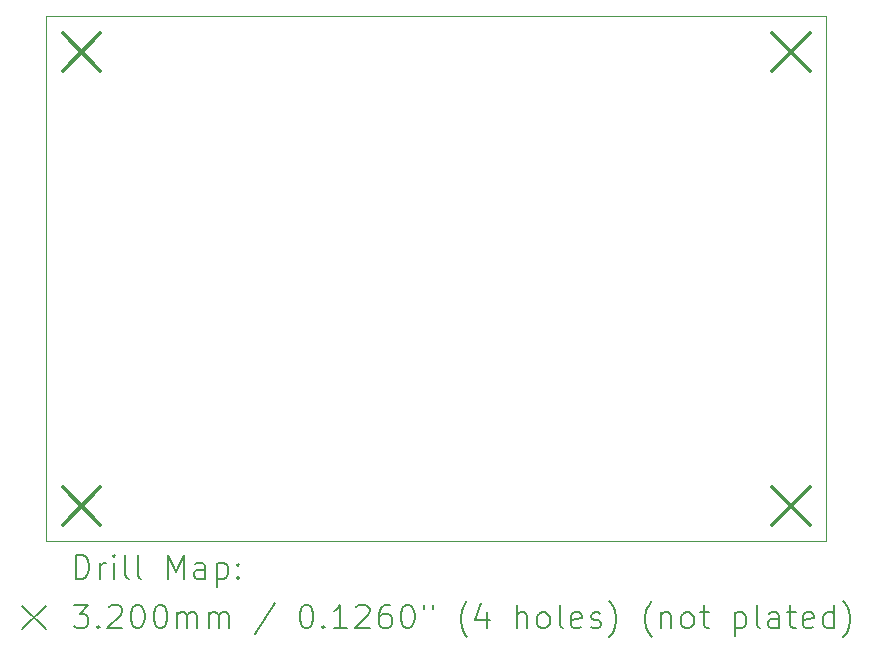
<source format=gbr>
%TF.GenerationSoftware,KiCad,Pcbnew,(6.0.11)*%
%TF.CreationDate,2023-08-25T14:29:15+09:00*%
%TF.ProjectId,OUTPUT_MOD,4f555450-5554-45f4-9d4f-442e6b696361,1.0*%
%TF.SameCoordinates,Original*%
%TF.FileFunction,Drillmap*%
%TF.FilePolarity,Positive*%
%FSLAX45Y45*%
G04 Gerber Fmt 4.5, Leading zero omitted, Abs format (unit mm)*
G04 Created by KiCad (PCBNEW (6.0.11)) date 2023-08-25 14:29:15*
%MOMM*%
%LPD*%
G01*
G04 APERTURE LIST*
%ADD10C,0.100000*%
%ADD11C,0.200000*%
%ADD12C,0.320000*%
G04 APERTURE END LIST*
D10*
X11238799Y-7834200D02*
X17842799Y-7834200D01*
X17842799Y-7834200D02*
X17842799Y-12279200D01*
X17842799Y-12279200D02*
X11238799Y-12279200D01*
X11238799Y-12279200D02*
X11238799Y-7834200D01*
D11*
D12*
X11378799Y-7974200D02*
X11698799Y-8294200D01*
X11698799Y-7974200D02*
X11378799Y-8294200D01*
X11378799Y-11819200D02*
X11698799Y-12139200D01*
X11698799Y-11819200D02*
X11378799Y-12139200D01*
X17382799Y-7974200D02*
X17702799Y-8294200D01*
X17702799Y-7974200D02*
X17382799Y-8294200D01*
X17382799Y-11819200D02*
X17702799Y-12139200D01*
X17702799Y-11819200D02*
X17382799Y-12139200D01*
D11*
X11491418Y-12594676D02*
X11491418Y-12394676D01*
X11539037Y-12394676D01*
X11567609Y-12404200D01*
X11586656Y-12423248D01*
X11596180Y-12442295D01*
X11605704Y-12480390D01*
X11605704Y-12508962D01*
X11596180Y-12547057D01*
X11586656Y-12566105D01*
X11567609Y-12585152D01*
X11539037Y-12594676D01*
X11491418Y-12594676D01*
X11691418Y-12594676D02*
X11691418Y-12461343D01*
X11691418Y-12499438D02*
X11700942Y-12480390D01*
X11710466Y-12470867D01*
X11729513Y-12461343D01*
X11748561Y-12461343D01*
X11815228Y-12594676D02*
X11815228Y-12461343D01*
X11815228Y-12394676D02*
X11805704Y-12404200D01*
X11815228Y-12413724D01*
X11824751Y-12404200D01*
X11815228Y-12394676D01*
X11815228Y-12413724D01*
X11939037Y-12594676D02*
X11919990Y-12585152D01*
X11910466Y-12566105D01*
X11910466Y-12394676D01*
X12043799Y-12594676D02*
X12024751Y-12585152D01*
X12015228Y-12566105D01*
X12015228Y-12394676D01*
X12272371Y-12594676D02*
X12272371Y-12394676D01*
X12339037Y-12537533D01*
X12405704Y-12394676D01*
X12405704Y-12594676D01*
X12586656Y-12594676D02*
X12586656Y-12489914D01*
X12577132Y-12470867D01*
X12558085Y-12461343D01*
X12519990Y-12461343D01*
X12500942Y-12470867D01*
X12586656Y-12585152D02*
X12567609Y-12594676D01*
X12519990Y-12594676D01*
X12500942Y-12585152D01*
X12491418Y-12566105D01*
X12491418Y-12547057D01*
X12500942Y-12528009D01*
X12519990Y-12518486D01*
X12567609Y-12518486D01*
X12586656Y-12508962D01*
X12681894Y-12461343D02*
X12681894Y-12661343D01*
X12681894Y-12470867D02*
X12700942Y-12461343D01*
X12739037Y-12461343D01*
X12758085Y-12470867D01*
X12767609Y-12480390D01*
X12777132Y-12499438D01*
X12777132Y-12556581D01*
X12767609Y-12575628D01*
X12758085Y-12585152D01*
X12739037Y-12594676D01*
X12700942Y-12594676D01*
X12681894Y-12585152D01*
X12862847Y-12575628D02*
X12872371Y-12585152D01*
X12862847Y-12594676D01*
X12853323Y-12585152D01*
X12862847Y-12575628D01*
X12862847Y-12594676D01*
X12862847Y-12470867D02*
X12872371Y-12480390D01*
X12862847Y-12489914D01*
X12853323Y-12480390D01*
X12862847Y-12470867D01*
X12862847Y-12489914D01*
X11033799Y-12824200D02*
X11233799Y-13024200D01*
X11233799Y-12824200D02*
X11033799Y-13024200D01*
X11472371Y-12814676D02*
X11596180Y-12814676D01*
X11529513Y-12890867D01*
X11558085Y-12890867D01*
X11577132Y-12900390D01*
X11586656Y-12909914D01*
X11596180Y-12928962D01*
X11596180Y-12976581D01*
X11586656Y-12995628D01*
X11577132Y-13005152D01*
X11558085Y-13014676D01*
X11500942Y-13014676D01*
X11481894Y-13005152D01*
X11472371Y-12995628D01*
X11681894Y-12995628D02*
X11691418Y-13005152D01*
X11681894Y-13014676D01*
X11672371Y-13005152D01*
X11681894Y-12995628D01*
X11681894Y-13014676D01*
X11767609Y-12833724D02*
X11777132Y-12824200D01*
X11796180Y-12814676D01*
X11843799Y-12814676D01*
X11862847Y-12824200D01*
X11872371Y-12833724D01*
X11881894Y-12852771D01*
X11881894Y-12871819D01*
X11872371Y-12900390D01*
X11758085Y-13014676D01*
X11881894Y-13014676D01*
X12005704Y-12814676D02*
X12024751Y-12814676D01*
X12043799Y-12824200D01*
X12053323Y-12833724D01*
X12062847Y-12852771D01*
X12072371Y-12890867D01*
X12072371Y-12938486D01*
X12062847Y-12976581D01*
X12053323Y-12995628D01*
X12043799Y-13005152D01*
X12024751Y-13014676D01*
X12005704Y-13014676D01*
X11986656Y-13005152D01*
X11977132Y-12995628D01*
X11967609Y-12976581D01*
X11958085Y-12938486D01*
X11958085Y-12890867D01*
X11967609Y-12852771D01*
X11977132Y-12833724D01*
X11986656Y-12824200D01*
X12005704Y-12814676D01*
X12196180Y-12814676D02*
X12215228Y-12814676D01*
X12234275Y-12824200D01*
X12243799Y-12833724D01*
X12253323Y-12852771D01*
X12262847Y-12890867D01*
X12262847Y-12938486D01*
X12253323Y-12976581D01*
X12243799Y-12995628D01*
X12234275Y-13005152D01*
X12215228Y-13014676D01*
X12196180Y-13014676D01*
X12177132Y-13005152D01*
X12167609Y-12995628D01*
X12158085Y-12976581D01*
X12148561Y-12938486D01*
X12148561Y-12890867D01*
X12158085Y-12852771D01*
X12167609Y-12833724D01*
X12177132Y-12824200D01*
X12196180Y-12814676D01*
X12348561Y-13014676D02*
X12348561Y-12881343D01*
X12348561Y-12900390D02*
X12358085Y-12890867D01*
X12377132Y-12881343D01*
X12405704Y-12881343D01*
X12424751Y-12890867D01*
X12434275Y-12909914D01*
X12434275Y-13014676D01*
X12434275Y-12909914D02*
X12443799Y-12890867D01*
X12462847Y-12881343D01*
X12491418Y-12881343D01*
X12510466Y-12890867D01*
X12519990Y-12909914D01*
X12519990Y-13014676D01*
X12615228Y-13014676D02*
X12615228Y-12881343D01*
X12615228Y-12900390D02*
X12624751Y-12890867D01*
X12643799Y-12881343D01*
X12672371Y-12881343D01*
X12691418Y-12890867D01*
X12700942Y-12909914D01*
X12700942Y-13014676D01*
X12700942Y-12909914D02*
X12710466Y-12890867D01*
X12729513Y-12881343D01*
X12758085Y-12881343D01*
X12777132Y-12890867D01*
X12786656Y-12909914D01*
X12786656Y-13014676D01*
X13177132Y-12805152D02*
X13005704Y-13062295D01*
X13434275Y-12814676D02*
X13453323Y-12814676D01*
X13472371Y-12824200D01*
X13481894Y-12833724D01*
X13491418Y-12852771D01*
X13500942Y-12890867D01*
X13500942Y-12938486D01*
X13491418Y-12976581D01*
X13481894Y-12995628D01*
X13472371Y-13005152D01*
X13453323Y-13014676D01*
X13434275Y-13014676D01*
X13415228Y-13005152D01*
X13405704Y-12995628D01*
X13396180Y-12976581D01*
X13386656Y-12938486D01*
X13386656Y-12890867D01*
X13396180Y-12852771D01*
X13405704Y-12833724D01*
X13415228Y-12824200D01*
X13434275Y-12814676D01*
X13586656Y-12995628D02*
X13596180Y-13005152D01*
X13586656Y-13014676D01*
X13577132Y-13005152D01*
X13586656Y-12995628D01*
X13586656Y-13014676D01*
X13786656Y-13014676D02*
X13672371Y-13014676D01*
X13729513Y-13014676D02*
X13729513Y-12814676D01*
X13710466Y-12843248D01*
X13691418Y-12862295D01*
X13672371Y-12871819D01*
X13862847Y-12833724D02*
X13872371Y-12824200D01*
X13891418Y-12814676D01*
X13939037Y-12814676D01*
X13958085Y-12824200D01*
X13967609Y-12833724D01*
X13977132Y-12852771D01*
X13977132Y-12871819D01*
X13967609Y-12900390D01*
X13853323Y-13014676D01*
X13977132Y-13014676D01*
X14148561Y-12814676D02*
X14110466Y-12814676D01*
X14091418Y-12824200D01*
X14081894Y-12833724D01*
X14062847Y-12862295D01*
X14053323Y-12900390D01*
X14053323Y-12976581D01*
X14062847Y-12995628D01*
X14072371Y-13005152D01*
X14091418Y-13014676D01*
X14129513Y-13014676D01*
X14148561Y-13005152D01*
X14158085Y-12995628D01*
X14167609Y-12976581D01*
X14167609Y-12928962D01*
X14158085Y-12909914D01*
X14148561Y-12900390D01*
X14129513Y-12890867D01*
X14091418Y-12890867D01*
X14072371Y-12900390D01*
X14062847Y-12909914D01*
X14053323Y-12928962D01*
X14291418Y-12814676D02*
X14310466Y-12814676D01*
X14329513Y-12824200D01*
X14339037Y-12833724D01*
X14348561Y-12852771D01*
X14358085Y-12890867D01*
X14358085Y-12938486D01*
X14348561Y-12976581D01*
X14339037Y-12995628D01*
X14329513Y-13005152D01*
X14310466Y-13014676D01*
X14291418Y-13014676D01*
X14272371Y-13005152D01*
X14262847Y-12995628D01*
X14253323Y-12976581D01*
X14243799Y-12938486D01*
X14243799Y-12890867D01*
X14253323Y-12852771D01*
X14262847Y-12833724D01*
X14272371Y-12824200D01*
X14291418Y-12814676D01*
X14434275Y-12814676D02*
X14434275Y-12852771D01*
X14510466Y-12814676D02*
X14510466Y-12852771D01*
X14805704Y-13090867D02*
X14796180Y-13081343D01*
X14777132Y-13052771D01*
X14767609Y-13033724D01*
X14758085Y-13005152D01*
X14748561Y-12957533D01*
X14748561Y-12919438D01*
X14758085Y-12871819D01*
X14767609Y-12843248D01*
X14777132Y-12824200D01*
X14796180Y-12795628D01*
X14805704Y-12786105D01*
X14967609Y-12881343D02*
X14967609Y-13014676D01*
X14919990Y-12805152D02*
X14872371Y-12948009D01*
X14996180Y-12948009D01*
X15224751Y-13014676D02*
X15224751Y-12814676D01*
X15310466Y-13014676D02*
X15310466Y-12909914D01*
X15300942Y-12890867D01*
X15281894Y-12881343D01*
X15253323Y-12881343D01*
X15234275Y-12890867D01*
X15224751Y-12900390D01*
X15434275Y-13014676D02*
X15415228Y-13005152D01*
X15405704Y-12995628D01*
X15396180Y-12976581D01*
X15396180Y-12919438D01*
X15405704Y-12900390D01*
X15415228Y-12890867D01*
X15434275Y-12881343D01*
X15462847Y-12881343D01*
X15481894Y-12890867D01*
X15491418Y-12900390D01*
X15500942Y-12919438D01*
X15500942Y-12976581D01*
X15491418Y-12995628D01*
X15481894Y-13005152D01*
X15462847Y-13014676D01*
X15434275Y-13014676D01*
X15615228Y-13014676D02*
X15596180Y-13005152D01*
X15586656Y-12986105D01*
X15586656Y-12814676D01*
X15767609Y-13005152D02*
X15748561Y-13014676D01*
X15710466Y-13014676D01*
X15691418Y-13005152D01*
X15681894Y-12986105D01*
X15681894Y-12909914D01*
X15691418Y-12890867D01*
X15710466Y-12881343D01*
X15748561Y-12881343D01*
X15767609Y-12890867D01*
X15777132Y-12909914D01*
X15777132Y-12928962D01*
X15681894Y-12948009D01*
X15853323Y-13005152D02*
X15872371Y-13014676D01*
X15910466Y-13014676D01*
X15929513Y-13005152D01*
X15939037Y-12986105D01*
X15939037Y-12976581D01*
X15929513Y-12957533D01*
X15910466Y-12948009D01*
X15881894Y-12948009D01*
X15862847Y-12938486D01*
X15853323Y-12919438D01*
X15853323Y-12909914D01*
X15862847Y-12890867D01*
X15881894Y-12881343D01*
X15910466Y-12881343D01*
X15929513Y-12890867D01*
X16005704Y-13090867D02*
X16015228Y-13081343D01*
X16034275Y-13052771D01*
X16043799Y-13033724D01*
X16053323Y-13005152D01*
X16062847Y-12957533D01*
X16062847Y-12919438D01*
X16053323Y-12871819D01*
X16043799Y-12843248D01*
X16034275Y-12824200D01*
X16015228Y-12795628D01*
X16005704Y-12786105D01*
X16367609Y-13090867D02*
X16358085Y-13081343D01*
X16339037Y-13052771D01*
X16329513Y-13033724D01*
X16319990Y-13005152D01*
X16310466Y-12957533D01*
X16310466Y-12919438D01*
X16319990Y-12871819D01*
X16329513Y-12843248D01*
X16339037Y-12824200D01*
X16358085Y-12795628D01*
X16367609Y-12786105D01*
X16443799Y-12881343D02*
X16443799Y-13014676D01*
X16443799Y-12900390D02*
X16453323Y-12890867D01*
X16472371Y-12881343D01*
X16500942Y-12881343D01*
X16519990Y-12890867D01*
X16529513Y-12909914D01*
X16529513Y-13014676D01*
X16653323Y-13014676D02*
X16634275Y-13005152D01*
X16624751Y-12995628D01*
X16615228Y-12976581D01*
X16615228Y-12919438D01*
X16624751Y-12900390D01*
X16634275Y-12890867D01*
X16653323Y-12881343D01*
X16681894Y-12881343D01*
X16700942Y-12890867D01*
X16710466Y-12900390D01*
X16719990Y-12919438D01*
X16719990Y-12976581D01*
X16710466Y-12995628D01*
X16700942Y-13005152D01*
X16681894Y-13014676D01*
X16653323Y-13014676D01*
X16777132Y-12881343D02*
X16853323Y-12881343D01*
X16805704Y-12814676D02*
X16805704Y-12986105D01*
X16815228Y-13005152D01*
X16834275Y-13014676D01*
X16853323Y-13014676D01*
X17072371Y-12881343D02*
X17072371Y-13081343D01*
X17072371Y-12890867D02*
X17091418Y-12881343D01*
X17129513Y-12881343D01*
X17148561Y-12890867D01*
X17158085Y-12900390D01*
X17167609Y-12919438D01*
X17167609Y-12976581D01*
X17158085Y-12995628D01*
X17148561Y-13005152D01*
X17129513Y-13014676D01*
X17091418Y-13014676D01*
X17072371Y-13005152D01*
X17281894Y-13014676D02*
X17262847Y-13005152D01*
X17253323Y-12986105D01*
X17253323Y-12814676D01*
X17443799Y-13014676D02*
X17443799Y-12909914D01*
X17434275Y-12890867D01*
X17415228Y-12881343D01*
X17377133Y-12881343D01*
X17358085Y-12890867D01*
X17443799Y-13005152D02*
X17424752Y-13014676D01*
X17377133Y-13014676D01*
X17358085Y-13005152D01*
X17348561Y-12986105D01*
X17348561Y-12967057D01*
X17358085Y-12948009D01*
X17377133Y-12938486D01*
X17424752Y-12938486D01*
X17443799Y-12928962D01*
X17510466Y-12881343D02*
X17586656Y-12881343D01*
X17539037Y-12814676D02*
X17539037Y-12986105D01*
X17548561Y-13005152D01*
X17567609Y-13014676D01*
X17586656Y-13014676D01*
X17729513Y-13005152D02*
X17710466Y-13014676D01*
X17672371Y-13014676D01*
X17653323Y-13005152D01*
X17643799Y-12986105D01*
X17643799Y-12909914D01*
X17653323Y-12890867D01*
X17672371Y-12881343D01*
X17710466Y-12881343D01*
X17729513Y-12890867D01*
X17739037Y-12909914D01*
X17739037Y-12928962D01*
X17643799Y-12948009D01*
X17910466Y-13014676D02*
X17910466Y-12814676D01*
X17910466Y-13005152D02*
X17891418Y-13014676D01*
X17853323Y-13014676D01*
X17834275Y-13005152D01*
X17824752Y-12995628D01*
X17815228Y-12976581D01*
X17815228Y-12919438D01*
X17824752Y-12900390D01*
X17834275Y-12890867D01*
X17853323Y-12881343D01*
X17891418Y-12881343D01*
X17910466Y-12890867D01*
X17986656Y-13090867D02*
X17996180Y-13081343D01*
X18015228Y-13052771D01*
X18024752Y-13033724D01*
X18034275Y-13005152D01*
X18043799Y-12957533D01*
X18043799Y-12919438D01*
X18034275Y-12871819D01*
X18024752Y-12843248D01*
X18015228Y-12824200D01*
X17996180Y-12795628D01*
X17986656Y-12786105D01*
M02*

</source>
